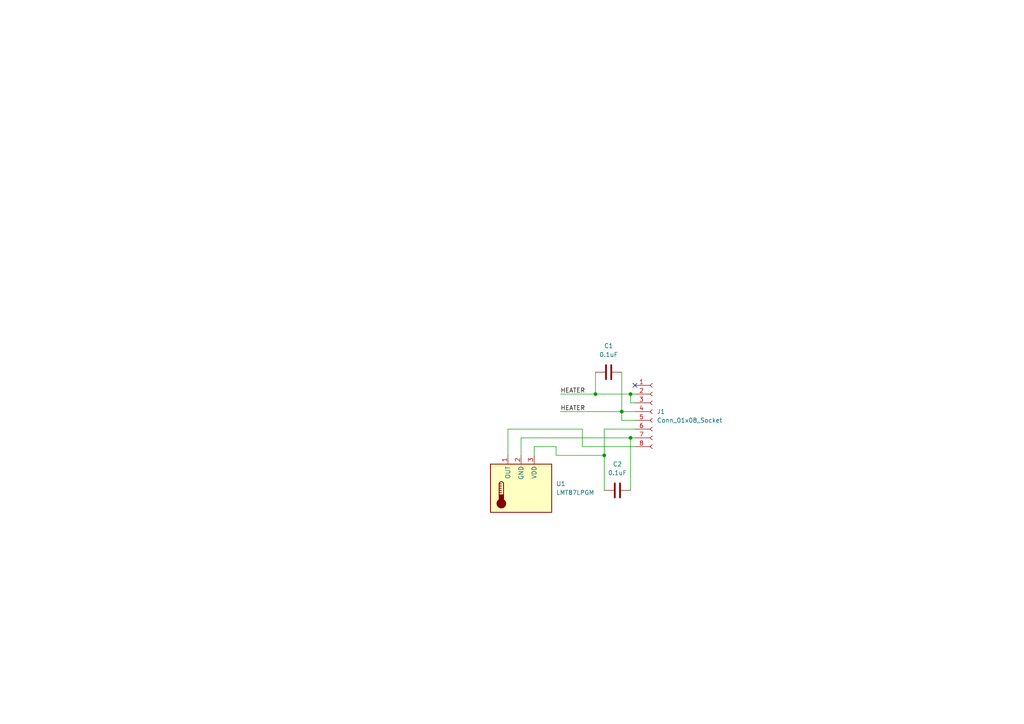
<source format=kicad_sch>
(kicad_sch (version 20231120) (generator "eeschema") (generator_version "8.0")
  (paper "A4")
  (title_block (title "100mm x 100mm PCB Hot Plate") (date "2024-09-19") (rev "1.0"))
  (lib_symbols
    (symbol "Connector:Conn_01x08_Socket" (pin_names (offset 1.016) hide)
      (property "Reference" "J" (at 0 10.16 0))
      (property "Value" "Conn_01x08_Socket" (at 0 -12.7 0))
      (symbol "Conn_01x08_Socket_1_1"
        (arc (start 0 -9.652) (mid -0.5058 -10.16) (end 0 -10.668) (stroke (width 0.1524)))
        (arc (start 0 -7.112) (mid -0.5058 -7.62) (end 0 -8.128) (stroke (width 0.1524)))
        (arc (start 0 -4.572) (mid -0.5058 -5.08) (end 0 -5.588) (stroke (width 0.1524)))
        (arc (start 0 -2.032) (mid -0.5058 -2.54) (end 0 -3.048) (stroke (width 0.1524)))
        (polyline (pts (xy -1.27 -10.16) (xy -0.508 -10.16)) (stroke (width 0.1524)))
        (polyline (pts (xy -1.27 -7.62) (xy -0.508 -7.62)) (stroke (width 0.1524)))
        (polyline (pts (xy -1.27 -5.08) (xy -0.508 -5.08)) (stroke (width 0.1524)))
        (polyline (pts (xy -1.27 -2.54) (xy -0.508 -2.54)) (stroke (width 0.1524)))
        (polyline (pts (xy -1.27 0) (xy -0.508 0)) (stroke (width 0.1524)))
        (polyline (pts (xy -1.27 2.54) (xy -0.508 2.54)) (stroke (width 0.1524)))
        (polyline (pts (xy -1.27 5.08) (xy -0.508 5.08)) (stroke (width 0.1524)))
        (polyline (pts (xy -1.27 7.62) (xy -0.508 7.62)) (stroke (width 0.1524)))
        (arc (start 0 0.508) (mid -0.5058 0) (end 0 -0.508) (stroke (width 0.1524)))
        (arc (start 0 3.048) (mid -0.5058 2.54) (end 0 2.032) (stroke (width 0.1524)))
        (arc (start 0 5.588) (mid -0.5058 5.08) (end 0 4.572) (stroke (width 0.1524)))
        (arc (start 0 8.128) (mid -0.5058 7.62) (end 0 7.112) (stroke (width 0.1524)))
        (pin passive line (at -5.08 7.62 0) (length 3.81) (name "Pin_1") (number "1"))
        (pin passive line (at -5.08 5.08 0) (length 3.81) (name "Pin_2") (number "2"))
        (pin passive line (at -5.08 2.54 0) (length 3.81) (name "Pin_3") (number "3"))
        (pin passive line (at -5.08 0 0) (length 3.81) (name "Pin_4") (number "4"))
        (pin passive line (at -5.08 -2.54 0) (length 3.81) (name "Pin_5") (number "5"))
        (pin passive line (at -5.08 -5.08 0) (length 3.81) (name "Pin_6") (number "6"))
        (pin passive line (at -5.08 -7.62 0) (length 3.81) (name "Pin_7") (number "7"))
        (pin passive line (at -5.08 -10.16 0) (length 3.81) (name "Pin_8") (number "8"))
      )
    )
    (symbol "Device:C" (pin_numbers hide) (pin_names (offset 0.254))
      (property "Reference" "C" (at 0.635 2.54 0))
      (property "Value" "C" (at 0.635 -2.54 0))
      (symbol "C_0_1"
        (polyline (pts (xy -2.032 -0.762) (xy 2.032 -0.762)) (stroke (width 0.508)))
        (polyline (pts (xy -2.032 0.762) (xy 2.032 0.762)) (stroke (width 0.508)))
      )
      (symbol "C_1_1"
        (pin passive line (at 0 3.81 270) (length 2.794) (name "~") (number "1"))
        (pin passive line (at 0 -3.81 90) (length 2.794) (name "~") (number "2"))
      )
    )
    (symbol "TEMP:LMT87LPGM"
      (property "Reference" "U" (at 10.668 10.414 0))
      (property "Value" "LMT87LPGM" (at 14.986 8.128 0))
      (symbol "LMT87LPGM_0_1"
        (rectangle (start -6.35 1.27) (end -5.08 -0.635) (stroke (width 0.254)) (fill (type outline)))
        (circle (center -5.715 -1.27) (radius 1.27) (stroke (width 0.254)) (fill (type outline)))
        (arc (start -5.08 4.445) (mid -5.715 5.0773) (end -6.35 4.445) (stroke (width 0.254)))
        (polyline (pts (xy -6.35 1.905) (xy -5.715 1.905)) (stroke (width 0.254)))
        (polyline (pts (xy -6.35 2.54) (xy -5.715 2.54)) (stroke (width 0.254)))
        (polyline (pts (xy -6.35 3.175) (xy -5.715 3.175)) (stroke (width 0.254)))
        (polyline (pts (xy -6.35 3.81) (xy -5.715 3.81)) (stroke (width 0.254)))
        (polyline (pts (xy -6.35 4.445) (xy -6.35 1.27)) (stroke (width 0.254)))
        (polyline (pts (xy -6.35 4.445) (xy -5.715 4.445)) (stroke (width 0.254)))
        (polyline (pts (xy -5.08 4.445) (xy -5.08 1.27)) (stroke (width 0.254)))
      )
      (symbol "LMT87LPGM_1_1"
        (rectangle (start -8.89 10.16) (end 8.89 -3.81) (stroke (width 0.254)) (fill (type background)))
        (pin output line (at -3.81 12.7 270) (length 2.54) (name "OUT") (number "1"))
        (pin power_in line (at 0 12.7 270) (length 2.54) (name "GND") (number "2"))
        (pin power_in line (at 3.81 12.7 270) (length 2.54) (name "VDD") (number "3"))
      )
    )
  )
  (junction (at 182.88 114.3))
  (junction (at 182.88 127))
  (junction (at 175.26 132.08))
  (junction (at 172.72 114.3))
  (junction (at 180.34 119.38))
  (no_connect (at 184.15 111.76))
  (wire (pts (xy 154.94 129.54) (xy 154.94 132.08)))
  (wire (pts (xy 184.15 121.92) (xy 180.34 121.92)))
  (wire (pts (xy 151.13 127) (xy 182.88 127)))
  (wire (pts (xy 172.72 107.95) (xy 172.72 114.3)))
  (wire (pts (xy 175.26 132.08) (xy 161.29 132.08)))
  (wire (pts (xy 168.91 124.46) (xy 147.32 124.46)))
  (wire (pts (xy 184.15 116.84) (xy 182.88 116.84)))
  (wire (pts (xy 172.72 114.3) (xy 182.88 114.3)))
  (wire (pts (xy 147.32 124.46) (xy 147.32 132.08)))
  (wire (pts (xy 182.88 114.3) (xy 184.15 114.3)))
  (wire (pts (xy 168.91 129.54) (xy 168.91 124.46)))
  (wire (pts (xy 180.34 119.38) (xy 184.15 119.38)))
  (wire (pts (xy 180.34 121.92) (xy 180.34 119.38)))
  (wire (pts (xy 161.29 129.54) (xy 154.94 129.54)))
  (wire (pts (xy 180.34 107.95) (xy 180.34 119.38)))
  (wire (pts (xy 162.56 119.38) (xy 180.34 119.38)))
  (wire (pts (xy 175.26 124.46) (xy 175.26 132.08)))
  (wire (pts (xy 184.15 129.54) (xy 168.91 129.54)))
  (wire (pts (xy 182.88 114.3) (xy 182.88 116.84)))
  (wire (pts (xy 151.13 127) (xy 151.13 132.08)))
  (wire (pts (xy 175.26 132.08) (xy 175.26 142.24)))
  (wire (pts (xy 162.56 114.3) (xy 172.72 114.3)))
  (wire (pts (xy 184.15 124.46) (xy 175.26 124.46)))
  (wire (pts (xy 182.88 127) (xy 182.88 142.24)))
  (wire (pts (xy 182.88 127) (xy 184.15 127)))
  (wire (pts (xy 161.29 132.08) (xy 161.29 129.54)))
  (label "HEATER" (at 162.56 114.3 0))
  (label "HEATER" (at 162.56 119.38 0))
  (symbol (lib_id "Device:C") (at 179.07 142.24 270) (unit 1)
    (property "Reference" "C2" (at 179.07 134.62 90))
    (property "Value" "0.1uF" (at 179.07 137.16 90))
    (property "Footprint" "Capacitor_THT:C_Disc_D4.7mm_W2.5mm_P5.00mm" (effects (hide yes)))
    (property "Description" "Unpolarized capacitor" (effects (hide yes)))
  )
  (symbol (lib_id "Device:C") (at 176.53 107.95 90) (unit 1)
    (property "Reference" "C1" (at 176.53 100.33 90))
    (property "Value" "0.1uF" (at 176.53 102.87 90))
    (property "Footprint" "Capacitor_THT:C_Disc_D4.7mm_W2.5mm_P5.00mm" (effects (hide yes)))
    (property "Description" "Unpolarized capacitor" (effects (hide yes)))
  )
  (symbol (lib_id "Connector:Conn_01x08_Socket") (at 189.23 119.38 0) (unit 1)
    (property "Reference" "J1" (at 190.5 119.3799 0) (effects (justify left)))
    (property "Value" "Conn_01x08_Socket" (at 190.5 121.9199 0) (effects (justify left)))
    (property "Footprint" "Connector_PinSocket_2.54mm:PinSocket_1x08_P2.54mm_Horizontal" (effects (hide yes)))
    (property "Description" "Generic connector, single row, 01x08, script generated" (effects (hide yes)))
  )
  (symbol (lib_id "TEMP:LMT87LPGM") (at 151.13 144.78 0) (unit 1)
    (property "Reference" "U1" (at 161.29 140.3349 0) (effects (justify left)))
    (property "Value" "LMT87LPGM" (at 161.29 142.8749 0) (effects (justify left)))
    (property "Footprint" "Package_TO_SOT_THT:TO-92Flat" (effects (hide yes)))
  )
)
</source>
